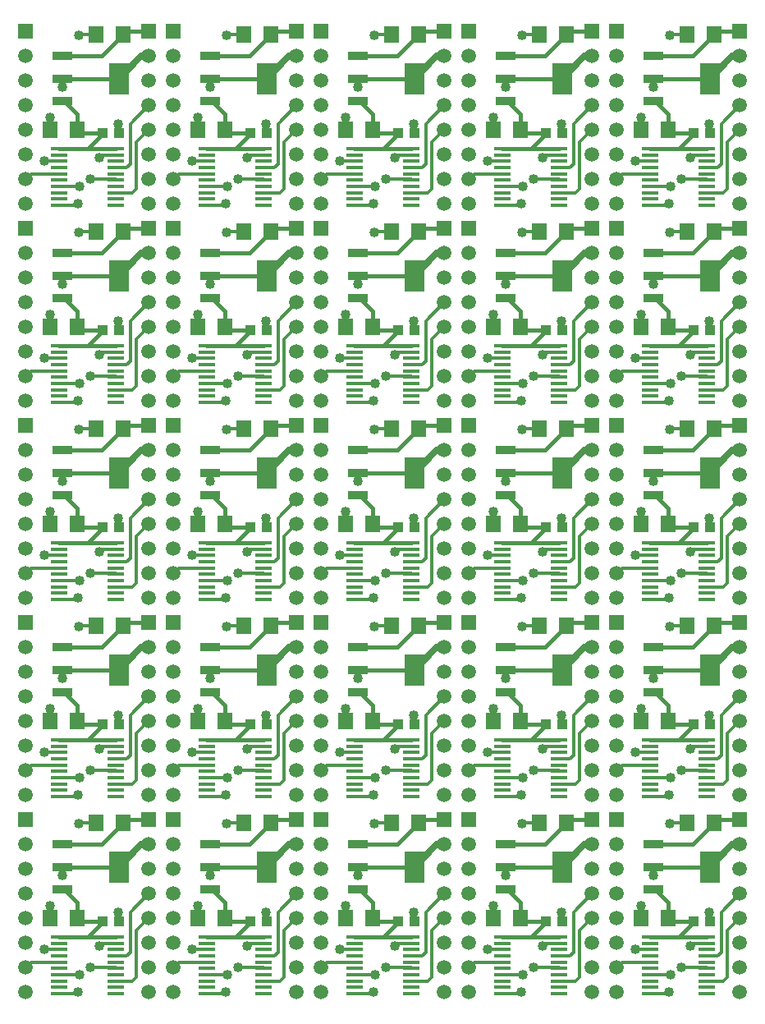
<source format=gbr>
G04 DipTrace 3.3.1.3*
G04 Top.gbr*
%MOIN*%
G04 #@! TF.FileFunction,Copper,L1,Top*
G04 #@! TF.Part,Single*
G04 #@! TA.AperFunction,Conductor*
%ADD13C,0.014*%
%ADD14C,0.012*%
%ADD15C,0.025*%
%ADD16C,0.016*%
%ADD17C,0.015*%
%ADD19R,0.062992X0.070866*%
%ADD20R,0.043307X0.03937*%
%ADD21R,0.070866X0.015748*%
%ADD23R,0.084646X0.037402*%
%ADD24R,0.084646X0.127953*%
G04 #@! TA.AperFunction,ComponentPad*
%ADD25R,0.059055X0.059055*%
%ADD26C,0.059055*%
G04 #@! TA.AperFunction,ViaPad*
%ADD27C,0.04*%
%FSLAX26Y26*%
G04*
G70*
G90*
G75*
G01*
G04 Top*
%LPD*%
X731200Y1131200D2*
D13*
X658700D1*
Y1128700D1*
X593700Y953149D2*
D14*
Y918700D1*
X943700Y1043700D2*
D15*
X912598D1*
X822046Y953149D1*
X543700Y743700D2*
D14*
Y793700D1*
X823129Y731200D2*
Y764271D1*
X818700Y768700D1*
X581200Y438385D2*
X650885D1*
X656200Y443700D1*
X809546Y643109D2*
X755609D1*
X743700Y631200D1*
X593700Y953149D2*
D16*
X822046D1*
X581200Y515157D2*
D14*
X665157D1*
X809546Y489566D2*
X877066D1*
X893700Y506200D1*
Y693700D1*
X943700Y743700D1*
X581200Y668700D2*
D17*
X695628D1*
X809546D1*
X593700Y862598D2*
D16*
X599802D1*
X653936Y808464D1*
Y743700D1*
Y731200D1*
X756200D1*
Y729272D1*
X695628Y668700D1*
X809546Y540747D2*
D14*
Y543700D1*
X706200D1*
X809546Y591928D2*
X854428D1*
X868700Y606200D1*
Y768700D1*
X943700Y843700D1*
X581200Y566338D2*
X466338D1*
X443700Y543700D1*
X593700Y1043700D2*
D16*
X753936D1*
X841436Y1131200D1*
X943700Y1143700D2*
X853936D1*
X841436Y1131200D1*
X581200Y617519D2*
D14*
X519881D1*
D27*
X665157Y515157D3*
X706200Y543700D3*
X519881Y617519D3*
X658700Y1128700D3*
X593700Y918700D3*
X543700Y793700D3*
X818700Y768700D3*
X656200Y443700D3*
X743700Y631200D3*
D19*
X731200Y1131200D3*
X841436D3*
X543700Y743700D3*
X653936D3*
D20*
X756200Y731200D3*
X823129D3*
D21*
X581200Y668700D3*
Y643109D3*
Y617519D3*
Y591928D3*
Y566338D3*
Y540747D3*
Y515157D3*
Y489566D3*
Y463976D3*
Y438385D3*
X809554D3*
X809546Y463976D3*
Y489566D3*
Y515157D3*
Y540747D3*
Y566338D3*
Y591928D3*
Y617519D3*
Y643109D3*
Y668700D3*
D23*
X593700Y1043700D3*
Y953149D3*
Y862598D3*
D24*
X822046Y953149D3*
D25*
X943700Y1143700D3*
X443700D3*
D26*
Y1043700D3*
Y943700D3*
Y843700D3*
Y743700D3*
Y643700D3*
Y543700D3*
Y443700D3*
X943700Y1043700D3*
Y943700D3*
Y843700D3*
Y743700D3*
Y643700D3*
Y543700D3*
Y443700D3*
X1331200Y1131200D2*
D13*
X1258700D1*
Y1128700D1*
X1193700Y953149D2*
D14*
Y918700D1*
X1543700Y1043700D2*
D15*
X1512598D1*
X1422046Y953149D1*
X1143700Y743700D2*
D14*
Y793700D1*
X1423129Y731200D2*
Y764271D1*
X1418700Y768700D1*
X1181200Y438385D2*
X1250885D1*
X1256200Y443700D1*
X1409546Y643109D2*
X1355609D1*
X1343700Y631200D1*
X1193700Y953149D2*
D16*
X1422046D1*
X1181200Y515157D2*
D14*
X1265157D1*
X1409546Y489566D2*
X1477066D1*
X1493700Y506200D1*
Y693700D1*
X1543700Y743700D1*
X1181200Y668700D2*
D17*
X1295628D1*
X1409546D1*
X1193700Y862598D2*
D16*
X1199802D1*
X1253936Y808464D1*
Y743700D1*
Y731200D1*
X1356200D1*
Y729272D1*
X1295628Y668700D1*
X1409546Y540747D2*
D14*
Y543700D1*
X1306200D1*
X1409546Y591928D2*
X1454428D1*
X1468700Y606200D1*
Y768700D1*
X1543700Y843700D1*
X1181200Y566338D2*
X1066338D1*
X1043700Y543700D1*
X1193700Y1043700D2*
D16*
X1353936D1*
X1441436Y1131200D1*
X1543700Y1143700D2*
X1453936D1*
X1441436Y1131200D1*
X1181200Y617519D2*
D14*
X1119881D1*
D27*
X1265157Y515157D3*
X1306200Y543700D3*
X1119881Y617519D3*
X1258700Y1128700D3*
X1193700Y918700D3*
X1143700Y793700D3*
X1418700Y768700D3*
X1256200Y443700D3*
X1343700Y631200D3*
D19*
X1331200Y1131200D3*
X1441436D3*
X1143700Y743700D3*
X1253936D3*
D20*
X1356200Y731200D3*
X1423129D3*
D21*
X1181200Y668700D3*
Y643109D3*
Y617519D3*
Y591928D3*
Y566338D3*
Y540747D3*
Y515157D3*
Y489566D3*
Y463976D3*
Y438385D3*
X1409554D3*
X1409546Y463976D3*
Y489566D3*
Y515157D3*
Y540747D3*
Y566338D3*
Y591928D3*
Y617519D3*
Y643109D3*
Y668700D3*
D23*
X1193700Y1043700D3*
Y953149D3*
Y862598D3*
D24*
X1422046Y953149D3*
D25*
X1543700Y1143700D3*
X1043700D3*
D26*
Y1043700D3*
Y943700D3*
Y843700D3*
Y743700D3*
Y643700D3*
Y543700D3*
Y443700D3*
X1543700Y1043700D3*
Y943700D3*
Y843700D3*
Y743700D3*
Y643700D3*
Y543700D3*
Y443700D3*
X1931200Y1131200D2*
D13*
X1858700D1*
Y1128700D1*
X1793700Y953149D2*
D14*
Y918700D1*
X2143700Y1043700D2*
D15*
X2112598D1*
X2022046Y953149D1*
X1743700Y743700D2*
D14*
Y793700D1*
X2023129Y731200D2*
Y764271D1*
X2018700Y768700D1*
X1781200Y438385D2*
X1850885D1*
X1856200Y443700D1*
X2009546Y643109D2*
X1955609D1*
X1943700Y631200D1*
X1793700Y953149D2*
D16*
X2022046D1*
X1781200Y515157D2*
D14*
X1865157D1*
X2009546Y489566D2*
X2077066D1*
X2093700Y506200D1*
Y693700D1*
X2143700Y743700D1*
X1781200Y668700D2*
D17*
X1895628D1*
X2009546D1*
X1793700Y862598D2*
D16*
X1799802D1*
X1853936Y808464D1*
Y743700D1*
Y731200D1*
X1956200D1*
Y729272D1*
X1895628Y668700D1*
X2009546Y540747D2*
D14*
Y543700D1*
X1906200D1*
X2009546Y591928D2*
X2054428D1*
X2068700Y606200D1*
Y768700D1*
X2143700Y843700D1*
X1781200Y566338D2*
X1666338D1*
X1643700Y543700D1*
X1793700Y1043700D2*
D16*
X1953936D1*
X2041436Y1131200D1*
X2143700Y1143700D2*
X2053936D1*
X2041436Y1131200D1*
X1781200Y617519D2*
D14*
X1719881D1*
D27*
X1865157Y515157D3*
X1906200Y543700D3*
X1719881Y617519D3*
X1858700Y1128700D3*
X1793700Y918700D3*
X1743700Y793700D3*
X2018700Y768700D3*
X1856200Y443700D3*
X1943700Y631200D3*
D19*
X1931200Y1131200D3*
X2041436D3*
X1743700Y743700D3*
X1853936D3*
D20*
X1956200Y731200D3*
X2023129D3*
D21*
X1781200Y668700D3*
Y643109D3*
Y617519D3*
Y591928D3*
Y566338D3*
Y540747D3*
Y515157D3*
Y489566D3*
Y463976D3*
Y438385D3*
X2009554D3*
X2009546Y463976D3*
Y489566D3*
Y515157D3*
Y540747D3*
Y566338D3*
Y591928D3*
Y617519D3*
Y643109D3*
Y668700D3*
D23*
X1793700Y1043700D3*
Y953149D3*
Y862598D3*
D24*
X2022046Y953149D3*
D25*
X2143700Y1143700D3*
X1643700D3*
D26*
Y1043700D3*
Y943700D3*
Y843700D3*
Y743700D3*
Y643700D3*
Y543700D3*
Y443700D3*
X2143700Y1043700D3*
Y943700D3*
Y843700D3*
Y743700D3*
Y643700D3*
Y543700D3*
Y443700D3*
X2531200Y1131200D2*
D13*
X2458700D1*
Y1128700D1*
X2393700Y953149D2*
D14*
Y918700D1*
X2743700Y1043700D2*
D15*
X2712598D1*
X2622046Y953149D1*
X2343700Y743700D2*
D14*
Y793700D1*
X2623129Y731200D2*
Y764271D1*
X2618700Y768700D1*
X2381200Y438385D2*
X2450885D1*
X2456200Y443700D1*
X2609546Y643109D2*
X2555609D1*
X2543700Y631200D1*
X2393700Y953149D2*
D16*
X2622046D1*
X2381200Y515157D2*
D14*
X2465157D1*
X2609546Y489566D2*
X2677066D1*
X2693700Y506200D1*
Y693700D1*
X2743700Y743700D1*
X2381200Y668700D2*
D17*
X2495628D1*
X2609546D1*
X2393700Y862598D2*
D16*
X2399802D1*
X2453936Y808464D1*
Y743700D1*
Y731200D1*
X2556200D1*
Y729272D1*
X2495628Y668700D1*
X2609546Y540747D2*
D14*
Y543700D1*
X2506200D1*
X2609546Y591928D2*
X2654428D1*
X2668700Y606200D1*
Y768700D1*
X2743700Y843700D1*
X2381200Y566338D2*
X2266338D1*
X2243700Y543700D1*
X2393700Y1043700D2*
D16*
X2553936D1*
X2641436Y1131200D1*
X2743700Y1143700D2*
X2653936D1*
X2641436Y1131200D1*
X2381200Y617519D2*
D14*
X2319881D1*
D27*
X2465157Y515157D3*
X2506200Y543700D3*
X2319881Y617519D3*
X2458700Y1128700D3*
X2393700Y918700D3*
X2343700Y793700D3*
X2618700Y768700D3*
X2456200Y443700D3*
X2543700Y631200D3*
D19*
X2531200Y1131200D3*
X2641436D3*
X2343700Y743700D3*
X2453936D3*
D20*
X2556200Y731200D3*
X2623129D3*
D21*
X2381200Y668700D3*
Y643109D3*
Y617519D3*
Y591928D3*
Y566338D3*
Y540747D3*
Y515157D3*
Y489566D3*
Y463976D3*
Y438385D3*
X2609554D3*
X2609546Y463976D3*
Y489566D3*
Y515157D3*
Y540747D3*
Y566338D3*
Y591928D3*
Y617519D3*
Y643109D3*
Y668700D3*
D23*
X2393700Y1043700D3*
Y953149D3*
Y862598D3*
D24*
X2622046Y953149D3*
D25*
X2743700Y1143700D3*
X2243700D3*
D26*
Y1043700D3*
Y943700D3*
Y843700D3*
Y743700D3*
Y643700D3*
Y543700D3*
Y443700D3*
X2743700Y1043700D3*
Y943700D3*
Y843700D3*
Y743700D3*
Y643700D3*
Y543700D3*
Y443700D3*
X3131200Y1131200D2*
D13*
X3058700D1*
Y1128700D1*
X2993700Y953149D2*
D14*
Y918700D1*
X3343700Y1043700D2*
D15*
X3312598D1*
X3222046Y953149D1*
X2943700Y743700D2*
D14*
Y793700D1*
X3223129Y731200D2*
Y764271D1*
X3218700Y768700D1*
X2981200Y438385D2*
X3050885D1*
X3056200Y443700D1*
X3209546Y643109D2*
X3155609D1*
X3143700Y631200D1*
X2993700Y953149D2*
D16*
X3222046D1*
X2981200Y515157D2*
D14*
X3065157D1*
X3209546Y489566D2*
X3277066D1*
X3293700Y506200D1*
Y693700D1*
X3343700Y743700D1*
X2981200Y668700D2*
D17*
X3095628D1*
X3209546D1*
X2993700Y862598D2*
D16*
X2999802D1*
X3053936Y808464D1*
Y743700D1*
Y731200D1*
X3156200D1*
Y729272D1*
X3095628Y668700D1*
X3209546Y540747D2*
D14*
Y543700D1*
X3106200D1*
X3209546Y591928D2*
X3254428D1*
X3268700Y606200D1*
Y768700D1*
X3343700Y843700D1*
X2981200Y566338D2*
X2866338D1*
X2843700Y543700D1*
X2993700Y1043700D2*
D16*
X3153936D1*
X3241436Y1131200D1*
X3343700Y1143700D2*
X3253936D1*
X3241436Y1131200D1*
X2981200Y617519D2*
D14*
X2919881D1*
D27*
X3065157Y515157D3*
X3106200Y543700D3*
X2919881Y617519D3*
X3058700Y1128700D3*
X2993700Y918700D3*
X2943700Y793700D3*
X3218700Y768700D3*
X3056200Y443700D3*
X3143700Y631200D3*
D19*
X3131200Y1131200D3*
X3241436D3*
X2943700Y743700D3*
X3053936D3*
D20*
X3156200Y731200D3*
X3223129D3*
D21*
X2981200Y668700D3*
Y643109D3*
Y617519D3*
Y591928D3*
Y566338D3*
Y540747D3*
Y515157D3*
Y489566D3*
Y463976D3*
Y438385D3*
X3209554D3*
X3209546Y463976D3*
Y489566D3*
Y515157D3*
Y540747D3*
Y566338D3*
Y591928D3*
Y617519D3*
Y643109D3*
Y668700D3*
D23*
X2993700Y1043700D3*
Y953149D3*
Y862598D3*
D24*
X3222046Y953149D3*
D25*
X3343700Y1143700D3*
X2843700D3*
D26*
Y1043700D3*
Y943700D3*
Y843700D3*
Y743700D3*
Y643700D3*
Y543700D3*
Y443700D3*
X3343700Y1043700D3*
Y943700D3*
Y843700D3*
Y743700D3*
Y643700D3*
Y543700D3*
Y443700D3*
X731200Y1931200D2*
D13*
X658700D1*
Y1928700D1*
X593700Y1753149D2*
D14*
Y1718700D1*
X943700Y1843700D2*
D15*
X912598D1*
X822046Y1753149D1*
X543700Y1543700D2*
D14*
Y1593700D1*
X823129Y1531200D2*
Y1564271D1*
X818700Y1568700D1*
X581200Y1238385D2*
X650885D1*
X656200Y1243700D1*
X809546Y1443109D2*
X755609D1*
X743700Y1431200D1*
X593700Y1753149D2*
D16*
X822046D1*
X581200Y1315157D2*
D14*
X665157D1*
X809546Y1289566D2*
X877066D1*
X893700Y1306200D1*
Y1493700D1*
X943700Y1543700D1*
X581200Y1468700D2*
D17*
X695628D1*
X809546D1*
X593700Y1662598D2*
D16*
X599802D1*
X653936Y1608464D1*
Y1543700D1*
Y1531200D1*
X756200D1*
Y1529272D1*
X695628Y1468700D1*
X809546Y1340747D2*
D14*
Y1343700D1*
X706200D1*
X809546Y1391928D2*
X854428D1*
X868700Y1406200D1*
Y1568700D1*
X943700Y1643700D1*
X581200Y1366338D2*
X466338D1*
X443700Y1343700D1*
X593700Y1843700D2*
D16*
X753936D1*
X841436Y1931200D1*
X943700Y1943700D2*
X853936D1*
X841436Y1931200D1*
X581200Y1417519D2*
D14*
X519881D1*
D27*
X665157Y1315157D3*
X706200Y1343700D3*
X519881Y1417519D3*
X658700Y1928700D3*
X593700Y1718700D3*
X543700Y1593700D3*
X818700Y1568700D3*
X656200Y1243700D3*
X743700Y1431200D3*
D19*
X731200Y1931200D3*
X841436D3*
X543700Y1543700D3*
X653936D3*
D20*
X756200Y1531200D3*
X823129D3*
D21*
X581200Y1468700D3*
Y1443109D3*
Y1417519D3*
Y1391928D3*
Y1366338D3*
Y1340747D3*
Y1315157D3*
Y1289566D3*
Y1263976D3*
Y1238385D3*
X809554D3*
X809546Y1263976D3*
Y1289566D3*
Y1315157D3*
Y1340747D3*
Y1366338D3*
Y1391928D3*
Y1417519D3*
Y1443109D3*
Y1468700D3*
D23*
X593700Y1843700D3*
Y1753149D3*
Y1662598D3*
D24*
X822046Y1753149D3*
D25*
X943700Y1943700D3*
X443700D3*
D26*
Y1843700D3*
Y1743700D3*
Y1643700D3*
Y1543700D3*
Y1443700D3*
Y1343700D3*
Y1243700D3*
X943700Y1843700D3*
Y1743700D3*
Y1643700D3*
Y1543700D3*
Y1443700D3*
Y1343700D3*
Y1243700D3*
X1331200Y1931200D2*
D13*
X1258700D1*
Y1928700D1*
X1193700Y1753149D2*
D14*
Y1718700D1*
X1543700Y1843700D2*
D15*
X1512598D1*
X1422046Y1753149D1*
X1143700Y1543700D2*
D14*
Y1593700D1*
X1423129Y1531200D2*
Y1564271D1*
X1418700Y1568700D1*
X1181200Y1238385D2*
X1250885D1*
X1256200Y1243700D1*
X1409546Y1443109D2*
X1355609D1*
X1343700Y1431200D1*
X1193700Y1753149D2*
D16*
X1422046D1*
X1181200Y1315157D2*
D14*
X1265157D1*
X1409546Y1289566D2*
X1477066D1*
X1493700Y1306200D1*
Y1493700D1*
X1543700Y1543700D1*
X1181200Y1468700D2*
D17*
X1295628D1*
X1409546D1*
X1193700Y1662598D2*
D16*
X1199802D1*
X1253936Y1608464D1*
Y1543700D1*
Y1531200D1*
X1356200D1*
Y1529272D1*
X1295628Y1468700D1*
X1409546Y1340747D2*
D14*
Y1343700D1*
X1306200D1*
X1409546Y1391928D2*
X1454428D1*
X1468700Y1406200D1*
Y1568700D1*
X1543700Y1643700D1*
X1181200Y1366338D2*
X1066338D1*
X1043700Y1343700D1*
X1193700Y1843700D2*
D16*
X1353936D1*
X1441436Y1931200D1*
X1543700Y1943700D2*
X1453936D1*
X1441436Y1931200D1*
X1181200Y1417519D2*
D14*
X1119881D1*
D27*
X1265157Y1315157D3*
X1306200Y1343700D3*
X1119881Y1417519D3*
X1258700Y1928700D3*
X1193700Y1718700D3*
X1143700Y1593700D3*
X1418700Y1568700D3*
X1256200Y1243700D3*
X1343700Y1431200D3*
D19*
X1331200Y1931200D3*
X1441436D3*
X1143700Y1543700D3*
X1253936D3*
D20*
X1356200Y1531200D3*
X1423129D3*
D21*
X1181200Y1468700D3*
Y1443109D3*
Y1417519D3*
Y1391928D3*
Y1366338D3*
Y1340747D3*
Y1315157D3*
Y1289566D3*
Y1263976D3*
Y1238385D3*
X1409554D3*
X1409546Y1263976D3*
Y1289566D3*
Y1315157D3*
Y1340747D3*
Y1366338D3*
Y1391928D3*
Y1417519D3*
Y1443109D3*
Y1468700D3*
D23*
X1193700Y1843700D3*
Y1753149D3*
Y1662598D3*
D24*
X1422046Y1753149D3*
D25*
X1543700Y1943700D3*
X1043700D3*
D26*
Y1843700D3*
Y1743700D3*
Y1643700D3*
Y1543700D3*
Y1443700D3*
Y1343700D3*
Y1243700D3*
X1543700Y1843700D3*
Y1743700D3*
Y1643700D3*
Y1543700D3*
Y1443700D3*
Y1343700D3*
Y1243700D3*
X1931200Y1931200D2*
D13*
X1858700D1*
Y1928700D1*
X1793700Y1753149D2*
D14*
Y1718700D1*
X2143700Y1843700D2*
D15*
X2112598D1*
X2022046Y1753149D1*
X1743700Y1543700D2*
D14*
Y1593700D1*
X2023129Y1531200D2*
Y1564271D1*
X2018700Y1568700D1*
X1781200Y1238385D2*
X1850885D1*
X1856200Y1243700D1*
X2009546Y1443109D2*
X1955609D1*
X1943700Y1431200D1*
X1793700Y1753149D2*
D16*
X2022046D1*
X1781200Y1315157D2*
D14*
X1865157D1*
X2009546Y1289566D2*
X2077066D1*
X2093700Y1306200D1*
Y1493700D1*
X2143700Y1543700D1*
X1781200Y1468700D2*
D17*
X1895628D1*
X2009546D1*
X1793700Y1662598D2*
D16*
X1799802D1*
X1853936Y1608464D1*
Y1543700D1*
Y1531200D1*
X1956200D1*
Y1529272D1*
X1895628Y1468700D1*
X2009546Y1340747D2*
D14*
Y1343700D1*
X1906200D1*
X2009546Y1391928D2*
X2054428D1*
X2068700Y1406200D1*
Y1568700D1*
X2143700Y1643700D1*
X1781200Y1366338D2*
X1666338D1*
X1643700Y1343700D1*
X1793700Y1843700D2*
D16*
X1953936D1*
X2041436Y1931200D1*
X2143700Y1943700D2*
X2053936D1*
X2041436Y1931200D1*
X1781200Y1417519D2*
D14*
X1719881D1*
D27*
X1865157Y1315157D3*
X1906200Y1343700D3*
X1719881Y1417519D3*
X1858700Y1928700D3*
X1793700Y1718700D3*
X1743700Y1593700D3*
X2018700Y1568700D3*
X1856200Y1243700D3*
X1943700Y1431200D3*
D19*
X1931200Y1931200D3*
X2041436D3*
X1743700Y1543700D3*
X1853936D3*
D20*
X1956200Y1531200D3*
X2023129D3*
D21*
X1781200Y1468700D3*
Y1443109D3*
Y1417519D3*
Y1391928D3*
Y1366338D3*
Y1340747D3*
Y1315157D3*
Y1289566D3*
Y1263976D3*
Y1238385D3*
X2009554D3*
X2009546Y1263976D3*
Y1289566D3*
Y1315157D3*
Y1340747D3*
Y1366338D3*
Y1391928D3*
Y1417519D3*
Y1443109D3*
Y1468700D3*
D23*
X1793700Y1843700D3*
Y1753149D3*
Y1662598D3*
D24*
X2022046Y1753149D3*
D25*
X2143700Y1943700D3*
X1643700D3*
D26*
Y1843700D3*
Y1743700D3*
Y1643700D3*
Y1543700D3*
Y1443700D3*
Y1343700D3*
Y1243700D3*
X2143700Y1843700D3*
Y1743700D3*
Y1643700D3*
Y1543700D3*
Y1443700D3*
Y1343700D3*
Y1243700D3*
X2531200Y1931200D2*
D13*
X2458700D1*
Y1928700D1*
X2393700Y1753149D2*
D14*
Y1718700D1*
X2743700Y1843700D2*
D15*
X2712598D1*
X2622046Y1753149D1*
X2343700Y1543700D2*
D14*
Y1593700D1*
X2623129Y1531200D2*
Y1564271D1*
X2618700Y1568700D1*
X2381200Y1238385D2*
X2450885D1*
X2456200Y1243700D1*
X2609546Y1443109D2*
X2555609D1*
X2543700Y1431200D1*
X2393700Y1753149D2*
D16*
X2622046D1*
X2381200Y1315157D2*
D14*
X2465157D1*
X2609546Y1289566D2*
X2677066D1*
X2693700Y1306200D1*
Y1493700D1*
X2743700Y1543700D1*
X2381200Y1468700D2*
D17*
X2495628D1*
X2609546D1*
X2393700Y1662598D2*
D16*
X2399802D1*
X2453936Y1608464D1*
Y1543700D1*
Y1531200D1*
X2556200D1*
Y1529272D1*
X2495628Y1468700D1*
X2609546Y1340747D2*
D14*
Y1343700D1*
X2506200D1*
X2609546Y1391928D2*
X2654428D1*
X2668700Y1406200D1*
Y1568700D1*
X2743700Y1643700D1*
X2381200Y1366338D2*
X2266338D1*
X2243700Y1343700D1*
X2393700Y1843700D2*
D16*
X2553936D1*
X2641436Y1931200D1*
X2743700Y1943700D2*
X2653936D1*
X2641436Y1931200D1*
X2381200Y1417519D2*
D14*
X2319881D1*
D27*
X2465157Y1315157D3*
X2506200Y1343700D3*
X2319881Y1417519D3*
X2458700Y1928700D3*
X2393700Y1718700D3*
X2343700Y1593700D3*
X2618700Y1568700D3*
X2456200Y1243700D3*
X2543700Y1431200D3*
D19*
X2531200Y1931200D3*
X2641436D3*
X2343700Y1543700D3*
X2453936D3*
D20*
X2556200Y1531200D3*
X2623129D3*
D21*
X2381200Y1468700D3*
Y1443109D3*
Y1417519D3*
Y1391928D3*
Y1366338D3*
Y1340747D3*
Y1315157D3*
Y1289566D3*
Y1263976D3*
Y1238385D3*
X2609554D3*
X2609546Y1263976D3*
Y1289566D3*
Y1315157D3*
Y1340747D3*
Y1366338D3*
Y1391928D3*
Y1417519D3*
Y1443109D3*
Y1468700D3*
D23*
X2393700Y1843700D3*
Y1753149D3*
Y1662598D3*
D24*
X2622046Y1753149D3*
D25*
X2743700Y1943700D3*
X2243700D3*
D26*
Y1843700D3*
Y1743700D3*
Y1643700D3*
Y1543700D3*
Y1443700D3*
Y1343700D3*
Y1243700D3*
X2743700Y1843700D3*
Y1743700D3*
Y1643700D3*
Y1543700D3*
Y1443700D3*
Y1343700D3*
Y1243700D3*
X3131200Y1931200D2*
D13*
X3058700D1*
Y1928700D1*
X2993700Y1753149D2*
D14*
Y1718700D1*
X3343700Y1843700D2*
D15*
X3312598D1*
X3222046Y1753149D1*
X2943700Y1543700D2*
D14*
Y1593700D1*
X3223129Y1531200D2*
Y1564271D1*
X3218700Y1568700D1*
X2981200Y1238385D2*
X3050885D1*
X3056200Y1243700D1*
X3209546Y1443109D2*
X3155609D1*
X3143700Y1431200D1*
X2993700Y1753149D2*
D16*
X3222046D1*
X2981200Y1315157D2*
D14*
X3065157D1*
X3209546Y1289566D2*
X3277066D1*
X3293700Y1306200D1*
Y1493700D1*
X3343700Y1543700D1*
X2981200Y1468700D2*
D17*
X3095628D1*
X3209546D1*
X2993700Y1662598D2*
D16*
X2999802D1*
X3053936Y1608464D1*
Y1543700D1*
Y1531200D1*
X3156200D1*
Y1529272D1*
X3095628Y1468700D1*
X3209546Y1340747D2*
D14*
Y1343700D1*
X3106200D1*
X3209546Y1391928D2*
X3254428D1*
X3268700Y1406200D1*
Y1568700D1*
X3343700Y1643700D1*
X2981200Y1366338D2*
X2866338D1*
X2843700Y1343700D1*
X2993700Y1843700D2*
D16*
X3153936D1*
X3241436Y1931200D1*
X3343700Y1943700D2*
X3253936D1*
X3241436Y1931200D1*
X2981200Y1417519D2*
D14*
X2919881D1*
D27*
X3065157Y1315157D3*
X3106200Y1343700D3*
X2919881Y1417519D3*
X3058700Y1928700D3*
X2993700Y1718700D3*
X2943700Y1593700D3*
X3218700Y1568700D3*
X3056200Y1243700D3*
X3143700Y1431200D3*
D19*
X3131200Y1931200D3*
X3241436D3*
X2943700Y1543700D3*
X3053936D3*
D20*
X3156200Y1531200D3*
X3223129D3*
D21*
X2981200Y1468700D3*
Y1443109D3*
Y1417519D3*
Y1391928D3*
Y1366338D3*
Y1340747D3*
Y1315157D3*
Y1289566D3*
Y1263976D3*
Y1238385D3*
X3209554D3*
X3209546Y1263976D3*
Y1289566D3*
Y1315157D3*
Y1340747D3*
Y1366338D3*
Y1391928D3*
Y1417519D3*
Y1443109D3*
Y1468700D3*
D23*
X2993700Y1843700D3*
Y1753149D3*
Y1662598D3*
D24*
X3222046Y1753149D3*
D25*
X3343700Y1943700D3*
X2843700D3*
D26*
Y1843700D3*
Y1743700D3*
Y1643700D3*
Y1543700D3*
Y1443700D3*
Y1343700D3*
Y1243700D3*
X3343700Y1843700D3*
Y1743700D3*
Y1643700D3*
Y1543700D3*
Y1443700D3*
Y1343700D3*
Y1243700D3*
X731200Y2731200D2*
D13*
X658700D1*
Y2728700D1*
X593700Y2553149D2*
D14*
Y2518700D1*
X943700Y2643700D2*
D15*
X912598D1*
X822046Y2553149D1*
X543700Y2343700D2*
D14*
Y2393700D1*
X823129Y2331200D2*
Y2364271D1*
X818700Y2368700D1*
X581200Y2038385D2*
X650885D1*
X656200Y2043700D1*
X809546Y2243109D2*
X755609D1*
X743700Y2231200D1*
X593700Y2553149D2*
D16*
X822046D1*
X581200Y2115157D2*
D14*
X665157D1*
X809546Y2089566D2*
X877066D1*
X893700Y2106200D1*
Y2293700D1*
X943700Y2343700D1*
X581200Y2268700D2*
D17*
X695628D1*
X809546D1*
X593700Y2462598D2*
D16*
X599802D1*
X653936Y2408464D1*
Y2343700D1*
Y2331200D1*
X756200D1*
Y2329272D1*
X695628Y2268700D1*
X809546Y2140747D2*
D14*
Y2143700D1*
X706200D1*
X809546Y2191928D2*
X854428D1*
X868700Y2206200D1*
Y2368700D1*
X943700Y2443700D1*
X581200Y2166338D2*
X466338D1*
X443700Y2143700D1*
X593700Y2643700D2*
D16*
X753936D1*
X841436Y2731200D1*
X943700Y2743700D2*
X853936D1*
X841436Y2731200D1*
X581200Y2217519D2*
D14*
X519881D1*
D27*
X665157Y2115157D3*
X706200Y2143700D3*
X519881Y2217519D3*
X658700Y2728700D3*
X593700Y2518700D3*
X543700Y2393700D3*
X818700Y2368700D3*
X656200Y2043700D3*
X743700Y2231200D3*
D19*
X731200Y2731200D3*
X841436D3*
X543700Y2343700D3*
X653936D3*
D20*
X756200Y2331200D3*
X823129D3*
D21*
X581200Y2268700D3*
Y2243109D3*
Y2217519D3*
Y2191928D3*
Y2166338D3*
Y2140747D3*
Y2115157D3*
Y2089566D3*
Y2063976D3*
Y2038385D3*
X809554D3*
X809546Y2063976D3*
Y2089566D3*
Y2115157D3*
Y2140747D3*
Y2166338D3*
Y2191928D3*
Y2217519D3*
Y2243109D3*
Y2268700D3*
D23*
X593700Y2643700D3*
Y2553149D3*
Y2462598D3*
D24*
X822046Y2553149D3*
D25*
X943700Y2743700D3*
X443700D3*
D26*
Y2643700D3*
Y2543700D3*
Y2443700D3*
Y2343700D3*
Y2243700D3*
Y2143700D3*
Y2043700D3*
X943700Y2643700D3*
Y2543700D3*
Y2443700D3*
Y2343700D3*
Y2243700D3*
Y2143700D3*
Y2043700D3*
X1331200Y2731200D2*
D13*
X1258700D1*
Y2728700D1*
X1193700Y2553149D2*
D14*
Y2518700D1*
X1543700Y2643700D2*
D15*
X1512598D1*
X1422046Y2553149D1*
X1143700Y2343700D2*
D14*
Y2393700D1*
X1423129Y2331200D2*
Y2364271D1*
X1418700Y2368700D1*
X1181200Y2038385D2*
X1250885D1*
X1256200Y2043700D1*
X1409546Y2243109D2*
X1355609D1*
X1343700Y2231200D1*
X1193700Y2553149D2*
D16*
X1422046D1*
X1181200Y2115157D2*
D14*
X1265157D1*
X1409546Y2089566D2*
X1477066D1*
X1493700Y2106200D1*
Y2293700D1*
X1543700Y2343700D1*
X1181200Y2268700D2*
D17*
X1295628D1*
X1409546D1*
X1193700Y2462598D2*
D16*
X1199802D1*
X1253936Y2408464D1*
Y2343700D1*
Y2331200D1*
X1356200D1*
Y2329272D1*
X1295628Y2268700D1*
X1409546Y2140747D2*
D14*
Y2143700D1*
X1306200D1*
X1409546Y2191928D2*
X1454428D1*
X1468700Y2206200D1*
Y2368700D1*
X1543700Y2443700D1*
X1181200Y2166338D2*
X1066338D1*
X1043700Y2143700D1*
X1193700Y2643700D2*
D16*
X1353936D1*
X1441436Y2731200D1*
X1543700Y2743700D2*
X1453936D1*
X1441436Y2731200D1*
X1181200Y2217519D2*
D14*
X1119881D1*
D27*
X1265157Y2115157D3*
X1306200Y2143700D3*
X1119881Y2217519D3*
X1258700Y2728700D3*
X1193700Y2518700D3*
X1143700Y2393700D3*
X1418700Y2368700D3*
X1256200Y2043700D3*
X1343700Y2231200D3*
D19*
X1331200Y2731200D3*
X1441436D3*
X1143700Y2343700D3*
X1253936D3*
D20*
X1356200Y2331200D3*
X1423129D3*
D21*
X1181200Y2268700D3*
Y2243109D3*
Y2217519D3*
Y2191928D3*
Y2166338D3*
Y2140747D3*
Y2115157D3*
Y2089566D3*
Y2063976D3*
Y2038385D3*
X1409554D3*
X1409546Y2063976D3*
Y2089566D3*
Y2115157D3*
Y2140747D3*
Y2166338D3*
Y2191928D3*
Y2217519D3*
Y2243109D3*
Y2268700D3*
D23*
X1193700Y2643700D3*
Y2553149D3*
Y2462598D3*
D24*
X1422046Y2553149D3*
D25*
X1543700Y2743700D3*
X1043700D3*
D26*
Y2643700D3*
Y2543700D3*
Y2443700D3*
Y2343700D3*
Y2243700D3*
Y2143700D3*
Y2043700D3*
X1543700Y2643700D3*
Y2543700D3*
Y2443700D3*
Y2343700D3*
Y2243700D3*
Y2143700D3*
Y2043700D3*
X1931200Y2731200D2*
D13*
X1858700D1*
Y2728700D1*
X1793700Y2553149D2*
D14*
Y2518700D1*
X2143700Y2643700D2*
D15*
X2112598D1*
X2022046Y2553149D1*
X1743700Y2343700D2*
D14*
Y2393700D1*
X2023129Y2331200D2*
Y2364271D1*
X2018700Y2368700D1*
X1781200Y2038385D2*
X1850885D1*
X1856200Y2043700D1*
X2009546Y2243109D2*
X1955609D1*
X1943700Y2231200D1*
X1793700Y2553149D2*
D16*
X2022046D1*
X1781200Y2115157D2*
D14*
X1865157D1*
X2009546Y2089566D2*
X2077066D1*
X2093700Y2106200D1*
Y2293700D1*
X2143700Y2343700D1*
X1781200Y2268700D2*
D17*
X1895628D1*
X2009546D1*
X1793700Y2462598D2*
D16*
X1799802D1*
X1853936Y2408464D1*
Y2343700D1*
Y2331200D1*
X1956200D1*
Y2329272D1*
X1895628Y2268700D1*
X2009546Y2140747D2*
D14*
Y2143700D1*
X1906200D1*
X2009546Y2191928D2*
X2054428D1*
X2068700Y2206200D1*
Y2368700D1*
X2143700Y2443700D1*
X1781200Y2166338D2*
X1666338D1*
X1643700Y2143700D1*
X1793700Y2643700D2*
D16*
X1953936D1*
X2041436Y2731200D1*
X2143700Y2743700D2*
X2053936D1*
X2041436Y2731200D1*
X1781200Y2217519D2*
D14*
X1719881D1*
D27*
X1865157Y2115157D3*
X1906200Y2143700D3*
X1719881Y2217519D3*
X1858700Y2728700D3*
X1793700Y2518700D3*
X1743700Y2393700D3*
X2018700Y2368700D3*
X1856200Y2043700D3*
X1943700Y2231200D3*
D19*
X1931200Y2731200D3*
X2041436D3*
X1743700Y2343700D3*
X1853936D3*
D20*
X1956200Y2331200D3*
X2023129D3*
D21*
X1781200Y2268700D3*
Y2243109D3*
Y2217519D3*
Y2191928D3*
Y2166338D3*
Y2140747D3*
Y2115157D3*
Y2089566D3*
Y2063976D3*
Y2038385D3*
X2009554D3*
X2009546Y2063976D3*
Y2089566D3*
Y2115157D3*
Y2140747D3*
Y2166338D3*
Y2191928D3*
Y2217519D3*
Y2243109D3*
Y2268700D3*
D23*
X1793700Y2643700D3*
Y2553149D3*
Y2462598D3*
D24*
X2022046Y2553149D3*
D25*
X2143700Y2743700D3*
X1643700D3*
D26*
Y2643700D3*
Y2543700D3*
Y2443700D3*
Y2343700D3*
Y2243700D3*
Y2143700D3*
Y2043700D3*
X2143700Y2643700D3*
Y2543700D3*
Y2443700D3*
Y2343700D3*
Y2243700D3*
Y2143700D3*
Y2043700D3*
X2531200Y2731200D2*
D13*
X2458700D1*
Y2728700D1*
X2393700Y2553149D2*
D14*
Y2518700D1*
X2743700Y2643700D2*
D15*
X2712598D1*
X2622046Y2553149D1*
X2343700Y2343700D2*
D14*
Y2393700D1*
X2623129Y2331200D2*
Y2364271D1*
X2618700Y2368700D1*
X2381200Y2038385D2*
X2450885D1*
X2456200Y2043700D1*
X2609546Y2243109D2*
X2555609D1*
X2543700Y2231200D1*
X2393700Y2553149D2*
D16*
X2622046D1*
X2381200Y2115157D2*
D14*
X2465157D1*
X2609546Y2089566D2*
X2677066D1*
X2693700Y2106200D1*
Y2293700D1*
X2743700Y2343700D1*
X2381200Y2268700D2*
D17*
X2495628D1*
X2609546D1*
X2393700Y2462598D2*
D16*
X2399802D1*
X2453936Y2408464D1*
Y2343700D1*
Y2331200D1*
X2556200D1*
Y2329272D1*
X2495628Y2268700D1*
X2609546Y2140747D2*
D14*
Y2143700D1*
X2506200D1*
X2609546Y2191928D2*
X2654428D1*
X2668700Y2206200D1*
Y2368700D1*
X2743700Y2443700D1*
X2381200Y2166338D2*
X2266338D1*
X2243700Y2143700D1*
X2393700Y2643700D2*
D16*
X2553936D1*
X2641436Y2731200D1*
X2743700Y2743700D2*
X2653936D1*
X2641436Y2731200D1*
X2381200Y2217519D2*
D14*
X2319881D1*
D27*
X2465157Y2115157D3*
X2506200Y2143700D3*
X2319881Y2217519D3*
X2458700Y2728700D3*
X2393700Y2518700D3*
X2343700Y2393700D3*
X2618700Y2368700D3*
X2456200Y2043700D3*
X2543700Y2231200D3*
D19*
X2531200Y2731200D3*
X2641436D3*
X2343700Y2343700D3*
X2453936D3*
D20*
X2556200Y2331200D3*
X2623129D3*
D21*
X2381200Y2268700D3*
Y2243109D3*
Y2217519D3*
Y2191928D3*
Y2166338D3*
Y2140747D3*
Y2115157D3*
Y2089566D3*
Y2063976D3*
Y2038385D3*
X2609554D3*
X2609546Y2063976D3*
Y2089566D3*
Y2115157D3*
Y2140747D3*
Y2166338D3*
Y2191928D3*
Y2217519D3*
Y2243109D3*
Y2268700D3*
D23*
X2393700Y2643700D3*
Y2553149D3*
Y2462598D3*
D24*
X2622046Y2553149D3*
D25*
X2743700Y2743700D3*
X2243700D3*
D26*
Y2643700D3*
Y2543700D3*
Y2443700D3*
Y2343700D3*
Y2243700D3*
Y2143700D3*
Y2043700D3*
X2743700Y2643700D3*
Y2543700D3*
Y2443700D3*
Y2343700D3*
Y2243700D3*
Y2143700D3*
Y2043700D3*
X3131200Y2731200D2*
D13*
X3058700D1*
Y2728700D1*
X2993700Y2553149D2*
D14*
Y2518700D1*
X3343700Y2643700D2*
D15*
X3312598D1*
X3222046Y2553149D1*
X2943700Y2343700D2*
D14*
Y2393700D1*
X3223129Y2331200D2*
Y2364271D1*
X3218700Y2368700D1*
X2981200Y2038385D2*
X3050885D1*
X3056200Y2043700D1*
X3209546Y2243109D2*
X3155609D1*
X3143700Y2231200D1*
X2993700Y2553149D2*
D16*
X3222046D1*
X2981200Y2115157D2*
D14*
X3065157D1*
X3209546Y2089566D2*
X3277066D1*
X3293700Y2106200D1*
Y2293700D1*
X3343700Y2343700D1*
X2981200Y2268700D2*
D17*
X3095628D1*
X3209546D1*
X2993700Y2462598D2*
D16*
X2999802D1*
X3053936Y2408464D1*
Y2343700D1*
Y2331200D1*
X3156200D1*
Y2329272D1*
X3095628Y2268700D1*
X3209546Y2140747D2*
D14*
Y2143700D1*
X3106200D1*
X3209546Y2191928D2*
X3254428D1*
X3268700Y2206200D1*
Y2368700D1*
X3343700Y2443700D1*
X2981200Y2166338D2*
X2866338D1*
X2843700Y2143700D1*
X2993700Y2643700D2*
D16*
X3153936D1*
X3241436Y2731200D1*
X3343700Y2743700D2*
X3253936D1*
X3241436Y2731200D1*
X2981200Y2217519D2*
D14*
X2919881D1*
D27*
X3065157Y2115157D3*
X3106200Y2143700D3*
X2919881Y2217519D3*
X3058700Y2728700D3*
X2993700Y2518700D3*
X2943700Y2393700D3*
X3218700Y2368700D3*
X3056200Y2043700D3*
X3143700Y2231200D3*
D19*
X3131200Y2731200D3*
X3241436D3*
X2943700Y2343700D3*
X3053936D3*
D20*
X3156200Y2331200D3*
X3223129D3*
D21*
X2981200Y2268700D3*
Y2243109D3*
Y2217519D3*
Y2191928D3*
Y2166338D3*
Y2140747D3*
Y2115157D3*
Y2089566D3*
Y2063976D3*
Y2038385D3*
X3209554D3*
X3209546Y2063976D3*
Y2089566D3*
Y2115157D3*
Y2140747D3*
Y2166338D3*
Y2191928D3*
Y2217519D3*
Y2243109D3*
Y2268700D3*
D23*
X2993700Y2643700D3*
Y2553149D3*
Y2462598D3*
D24*
X3222046Y2553149D3*
D25*
X3343700Y2743700D3*
X2843700D3*
D26*
Y2643700D3*
Y2543700D3*
Y2443700D3*
Y2343700D3*
Y2243700D3*
Y2143700D3*
Y2043700D3*
X3343700Y2643700D3*
Y2543700D3*
Y2443700D3*
Y2343700D3*
Y2243700D3*
Y2143700D3*
Y2043700D3*
X731200Y3531200D2*
D13*
X658700D1*
Y3528700D1*
X593700Y3353149D2*
D14*
Y3318700D1*
X943700Y3443700D2*
D15*
X912598D1*
X822046Y3353149D1*
X543700Y3143700D2*
D14*
Y3193700D1*
X823129Y3131200D2*
Y3164271D1*
X818700Y3168700D1*
X581200Y2838385D2*
X650885D1*
X656200Y2843700D1*
X809546Y3043109D2*
X755609D1*
X743700Y3031200D1*
X593700Y3353149D2*
D16*
X822046D1*
X581200Y2915157D2*
D14*
X665157D1*
X809546Y2889566D2*
X877066D1*
X893700Y2906200D1*
Y3093700D1*
X943700Y3143700D1*
X581200Y3068700D2*
D17*
X695628D1*
X809546D1*
X593700Y3262598D2*
D16*
X599802D1*
X653936Y3208464D1*
Y3143700D1*
Y3131200D1*
X756200D1*
Y3129272D1*
X695628Y3068700D1*
X809546Y2940747D2*
D14*
Y2943700D1*
X706200D1*
X809546Y2991928D2*
X854428D1*
X868700Y3006200D1*
Y3168700D1*
X943700Y3243700D1*
X581200Y2966338D2*
X466338D1*
X443700Y2943700D1*
X593700Y3443700D2*
D16*
X753936D1*
X841436Y3531200D1*
X943700Y3543700D2*
X853936D1*
X841436Y3531200D1*
X581200Y3017519D2*
D14*
X519881D1*
D27*
X665157Y2915157D3*
X706200Y2943700D3*
X519881Y3017519D3*
X658700Y3528700D3*
X593700Y3318700D3*
X543700Y3193700D3*
X818700Y3168700D3*
X656200Y2843700D3*
X743700Y3031200D3*
D19*
X731200Y3531200D3*
X841436D3*
X543700Y3143700D3*
X653936D3*
D20*
X756200Y3131200D3*
X823129D3*
D21*
X581200Y3068700D3*
Y3043109D3*
Y3017519D3*
Y2991928D3*
Y2966338D3*
Y2940747D3*
Y2915157D3*
Y2889566D3*
Y2863976D3*
Y2838385D3*
X809554D3*
X809546Y2863976D3*
Y2889566D3*
Y2915157D3*
Y2940747D3*
Y2966338D3*
Y2991928D3*
Y3017519D3*
Y3043109D3*
Y3068700D3*
D23*
X593700Y3443700D3*
Y3353149D3*
Y3262598D3*
D24*
X822046Y3353149D3*
D25*
X943700Y3543700D3*
X443700D3*
D26*
Y3443700D3*
Y3343700D3*
Y3243700D3*
Y3143700D3*
Y3043700D3*
Y2943700D3*
Y2843700D3*
X943700Y3443700D3*
Y3343700D3*
Y3243700D3*
Y3143700D3*
Y3043700D3*
Y2943700D3*
Y2843700D3*
X1331200Y3531200D2*
D13*
X1258700D1*
Y3528700D1*
X1193700Y3353149D2*
D14*
Y3318700D1*
X1543700Y3443700D2*
D15*
X1512598D1*
X1422046Y3353149D1*
X1143700Y3143700D2*
D14*
Y3193700D1*
X1423129Y3131200D2*
Y3164271D1*
X1418700Y3168700D1*
X1181200Y2838385D2*
X1250885D1*
X1256200Y2843700D1*
X1409546Y3043109D2*
X1355609D1*
X1343700Y3031200D1*
X1193700Y3353149D2*
D16*
X1422046D1*
X1181200Y2915157D2*
D14*
X1265157D1*
X1409546Y2889566D2*
X1477066D1*
X1493700Y2906200D1*
Y3093700D1*
X1543700Y3143700D1*
X1181200Y3068700D2*
D17*
X1295628D1*
X1409546D1*
X1193700Y3262598D2*
D16*
X1199802D1*
X1253936Y3208464D1*
Y3143700D1*
Y3131200D1*
X1356200D1*
Y3129272D1*
X1295628Y3068700D1*
X1409546Y2940747D2*
D14*
Y2943700D1*
X1306200D1*
X1409546Y2991928D2*
X1454428D1*
X1468700Y3006200D1*
Y3168700D1*
X1543700Y3243700D1*
X1181200Y2966338D2*
X1066338D1*
X1043700Y2943700D1*
X1193700Y3443700D2*
D16*
X1353936D1*
X1441436Y3531200D1*
X1543700Y3543700D2*
X1453936D1*
X1441436Y3531200D1*
X1181200Y3017519D2*
D14*
X1119881D1*
D27*
X1265157Y2915157D3*
X1306200Y2943700D3*
X1119881Y3017519D3*
X1258700Y3528700D3*
X1193700Y3318700D3*
X1143700Y3193700D3*
X1418700Y3168700D3*
X1256200Y2843700D3*
X1343700Y3031200D3*
D19*
X1331200Y3531200D3*
X1441436D3*
X1143700Y3143700D3*
X1253936D3*
D20*
X1356200Y3131200D3*
X1423129D3*
D21*
X1181200Y3068700D3*
Y3043109D3*
Y3017519D3*
Y2991928D3*
Y2966338D3*
Y2940747D3*
Y2915157D3*
Y2889566D3*
Y2863976D3*
Y2838385D3*
X1409554D3*
X1409546Y2863976D3*
Y2889566D3*
Y2915157D3*
Y2940747D3*
Y2966338D3*
Y2991928D3*
Y3017519D3*
Y3043109D3*
Y3068700D3*
D23*
X1193700Y3443700D3*
Y3353149D3*
Y3262598D3*
D24*
X1422046Y3353149D3*
D25*
X1543700Y3543700D3*
X1043700D3*
D26*
Y3443700D3*
Y3343700D3*
Y3243700D3*
Y3143700D3*
Y3043700D3*
Y2943700D3*
Y2843700D3*
X1543700Y3443700D3*
Y3343700D3*
Y3243700D3*
Y3143700D3*
Y3043700D3*
Y2943700D3*
Y2843700D3*
X1931200Y3531200D2*
D13*
X1858700D1*
Y3528700D1*
X1793700Y3353149D2*
D14*
Y3318700D1*
X2143700Y3443700D2*
D15*
X2112598D1*
X2022046Y3353149D1*
X1743700Y3143700D2*
D14*
Y3193700D1*
X2023129Y3131200D2*
Y3164271D1*
X2018700Y3168700D1*
X1781200Y2838385D2*
X1850885D1*
X1856200Y2843700D1*
X2009546Y3043109D2*
X1955609D1*
X1943700Y3031200D1*
X1793700Y3353149D2*
D16*
X2022046D1*
X1781200Y2915157D2*
D14*
X1865157D1*
X2009546Y2889566D2*
X2077066D1*
X2093700Y2906200D1*
Y3093700D1*
X2143700Y3143700D1*
X1781200Y3068700D2*
D17*
X1895628D1*
X2009546D1*
X1793700Y3262598D2*
D16*
X1799802D1*
X1853936Y3208464D1*
Y3143700D1*
Y3131200D1*
X1956200D1*
Y3129272D1*
X1895628Y3068700D1*
X2009546Y2940747D2*
D14*
Y2943700D1*
X1906200D1*
X2009546Y2991928D2*
X2054428D1*
X2068700Y3006200D1*
Y3168700D1*
X2143700Y3243700D1*
X1781200Y2966338D2*
X1666338D1*
X1643700Y2943700D1*
X1793700Y3443700D2*
D16*
X1953936D1*
X2041436Y3531200D1*
X2143700Y3543700D2*
X2053936D1*
X2041436Y3531200D1*
X1781200Y3017519D2*
D14*
X1719881D1*
D27*
X1865157Y2915157D3*
X1906200Y2943700D3*
X1719881Y3017519D3*
X1858700Y3528700D3*
X1793700Y3318700D3*
X1743700Y3193700D3*
X2018700Y3168700D3*
X1856200Y2843700D3*
X1943700Y3031200D3*
D19*
X1931200Y3531200D3*
X2041436D3*
X1743700Y3143700D3*
X1853936D3*
D20*
X1956200Y3131200D3*
X2023129D3*
D21*
X1781200Y3068700D3*
Y3043109D3*
Y3017519D3*
Y2991928D3*
Y2966338D3*
Y2940747D3*
Y2915157D3*
Y2889566D3*
Y2863976D3*
Y2838385D3*
X2009554D3*
X2009546Y2863976D3*
Y2889566D3*
Y2915157D3*
Y2940747D3*
Y2966338D3*
Y2991928D3*
Y3017519D3*
Y3043109D3*
Y3068700D3*
D23*
X1793700Y3443700D3*
Y3353149D3*
Y3262598D3*
D24*
X2022046Y3353149D3*
D25*
X2143700Y3543700D3*
X1643700D3*
D26*
Y3443700D3*
Y3343700D3*
Y3243700D3*
Y3143700D3*
Y3043700D3*
Y2943700D3*
Y2843700D3*
X2143700Y3443700D3*
Y3343700D3*
Y3243700D3*
Y3143700D3*
Y3043700D3*
Y2943700D3*
Y2843700D3*
X2531200Y3531200D2*
D13*
X2458700D1*
Y3528700D1*
X2393700Y3353149D2*
D14*
Y3318700D1*
X2743700Y3443700D2*
D15*
X2712598D1*
X2622046Y3353149D1*
X2343700Y3143700D2*
D14*
Y3193700D1*
X2623129Y3131200D2*
Y3164271D1*
X2618700Y3168700D1*
X2381200Y2838385D2*
X2450885D1*
X2456200Y2843700D1*
X2609546Y3043109D2*
X2555609D1*
X2543700Y3031200D1*
X2393700Y3353149D2*
D16*
X2622046D1*
X2381200Y2915157D2*
D14*
X2465157D1*
X2609546Y2889566D2*
X2677066D1*
X2693700Y2906200D1*
Y3093700D1*
X2743700Y3143700D1*
X2381200Y3068700D2*
D17*
X2495628D1*
X2609546D1*
X2393700Y3262598D2*
D16*
X2399802D1*
X2453936Y3208464D1*
Y3143700D1*
Y3131200D1*
X2556200D1*
Y3129272D1*
X2495628Y3068700D1*
X2609546Y2940747D2*
D14*
Y2943700D1*
X2506200D1*
X2609546Y2991928D2*
X2654428D1*
X2668700Y3006200D1*
Y3168700D1*
X2743700Y3243700D1*
X2381200Y2966338D2*
X2266338D1*
X2243700Y2943700D1*
X2393700Y3443700D2*
D16*
X2553936D1*
X2641436Y3531200D1*
X2743700Y3543700D2*
X2653936D1*
X2641436Y3531200D1*
X2381200Y3017519D2*
D14*
X2319881D1*
D27*
X2465157Y2915157D3*
X2506200Y2943700D3*
X2319881Y3017519D3*
X2458700Y3528700D3*
X2393700Y3318700D3*
X2343700Y3193700D3*
X2618700Y3168700D3*
X2456200Y2843700D3*
X2543700Y3031200D3*
D19*
X2531200Y3531200D3*
X2641436D3*
X2343700Y3143700D3*
X2453936D3*
D20*
X2556200Y3131200D3*
X2623129D3*
D21*
X2381200Y3068700D3*
Y3043109D3*
Y3017519D3*
Y2991928D3*
Y2966338D3*
Y2940747D3*
Y2915157D3*
Y2889566D3*
Y2863976D3*
Y2838385D3*
X2609554D3*
X2609546Y2863976D3*
Y2889566D3*
Y2915157D3*
Y2940747D3*
Y2966338D3*
Y2991928D3*
Y3017519D3*
Y3043109D3*
Y3068700D3*
D23*
X2393700Y3443700D3*
Y3353149D3*
Y3262598D3*
D24*
X2622046Y3353149D3*
D25*
X2743700Y3543700D3*
X2243700D3*
D26*
Y3443700D3*
Y3343700D3*
Y3243700D3*
Y3143700D3*
Y3043700D3*
Y2943700D3*
Y2843700D3*
X2743700Y3443700D3*
Y3343700D3*
Y3243700D3*
Y3143700D3*
Y3043700D3*
Y2943700D3*
Y2843700D3*
X3131200Y3531200D2*
D13*
X3058700D1*
Y3528700D1*
X2993700Y3353149D2*
D14*
Y3318700D1*
X3343700Y3443700D2*
D15*
X3312598D1*
X3222046Y3353149D1*
X2943700Y3143700D2*
D14*
Y3193700D1*
X3223129Y3131200D2*
Y3164271D1*
X3218700Y3168700D1*
X2981200Y2838385D2*
X3050885D1*
X3056200Y2843700D1*
X3209546Y3043109D2*
X3155609D1*
X3143700Y3031200D1*
X2993700Y3353149D2*
D16*
X3222046D1*
X2981200Y2915157D2*
D14*
X3065157D1*
X3209546Y2889566D2*
X3277066D1*
X3293700Y2906200D1*
Y3093700D1*
X3343700Y3143700D1*
X2981200Y3068700D2*
D17*
X3095628D1*
X3209546D1*
X2993700Y3262598D2*
D16*
X2999802D1*
X3053936Y3208464D1*
Y3143700D1*
Y3131200D1*
X3156200D1*
Y3129272D1*
X3095628Y3068700D1*
X3209546Y2940747D2*
D14*
Y2943700D1*
X3106200D1*
X3209546Y2991928D2*
X3254428D1*
X3268700Y3006200D1*
Y3168700D1*
X3343700Y3243700D1*
X2981200Y2966338D2*
X2866338D1*
X2843700Y2943700D1*
X2993700Y3443700D2*
D16*
X3153936D1*
X3241436Y3531200D1*
X3343700Y3543700D2*
X3253936D1*
X3241436Y3531200D1*
X2981200Y3017519D2*
D14*
X2919881D1*
D27*
X3065157Y2915157D3*
X3106200Y2943700D3*
X2919881Y3017519D3*
X3058700Y3528700D3*
X2993700Y3318700D3*
X2943700Y3193700D3*
X3218700Y3168700D3*
X3056200Y2843700D3*
X3143700Y3031200D3*
D19*
X3131200Y3531200D3*
X3241436D3*
X2943700Y3143700D3*
X3053936D3*
D20*
X3156200Y3131200D3*
X3223129D3*
D21*
X2981200Y3068700D3*
Y3043109D3*
Y3017519D3*
Y2991928D3*
Y2966338D3*
Y2940747D3*
Y2915157D3*
Y2889566D3*
Y2863976D3*
Y2838385D3*
X3209554D3*
X3209546Y2863976D3*
Y2889566D3*
Y2915157D3*
Y2940747D3*
Y2966338D3*
Y2991928D3*
Y3017519D3*
Y3043109D3*
Y3068700D3*
D23*
X2993700Y3443700D3*
Y3353149D3*
Y3262598D3*
D24*
X3222046Y3353149D3*
D25*
X3343700Y3543700D3*
X2843700D3*
D26*
Y3443700D3*
Y3343700D3*
Y3243700D3*
Y3143700D3*
Y3043700D3*
Y2943700D3*
Y2843700D3*
X3343700Y3443700D3*
Y3343700D3*
Y3243700D3*
Y3143700D3*
Y3043700D3*
Y2943700D3*
Y2843700D3*
X731200Y4331200D2*
D13*
X658700D1*
Y4328700D1*
X593700Y4153149D2*
D14*
Y4118700D1*
X943700Y4243700D2*
D15*
X912598D1*
X822046Y4153149D1*
X543700Y3943700D2*
D14*
Y3993700D1*
X823129Y3931200D2*
Y3964271D1*
X818700Y3968700D1*
X581200Y3638385D2*
X650885D1*
X656200Y3643700D1*
X809546Y3843109D2*
X755609D1*
X743700Y3831200D1*
X593700Y4153149D2*
D16*
X822046D1*
X581200Y3715157D2*
D14*
X665157D1*
X809546Y3689566D2*
X877066D1*
X893700Y3706200D1*
Y3893700D1*
X943700Y3943700D1*
X581200Y3868700D2*
D17*
X695628D1*
X809546D1*
X593700Y4062598D2*
D16*
X599802D1*
X653936Y4008464D1*
Y3943700D1*
Y3931200D1*
X756200D1*
Y3929272D1*
X695628Y3868700D1*
X809546Y3740747D2*
D14*
Y3743700D1*
X706200D1*
X809546Y3791928D2*
X854428D1*
X868700Y3806200D1*
Y3968700D1*
X943700Y4043700D1*
X581200Y3766338D2*
X466338D1*
X443700Y3743700D1*
X593700Y4243700D2*
D16*
X753936D1*
X841436Y4331200D1*
X943700Y4343700D2*
X853936D1*
X841436Y4331200D1*
X581200Y3817519D2*
D14*
X519881D1*
D27*
X665157Y3715157D3*
X706200Y3743700D3*
X519881Y3817519D3*
X658700Y4328700D3*
X593700Y4118700D3*
X543700Y3993700D3*
X818700Y3968700D3*
X656200Y3643700D3*
X743700Y3831200D3*
D19*
X731200Y4331200D3*
X841436D3*
X543700Y3943700D3*
X653936D3*
D20*
X756200Y3931200D3*
X823129D3*
D21*
X581200Y3868700D3*
Y3843109D3*
Y3817519D3*
Y3791928D3*
Y3766338D3*
Y3740747D3*
Y3715157D3*
Y3689566D3*
Y3663976D3*
Y3638385D3*
X809554D3*
X809546Y3663976D3*
Y3689566D3*
Y3715157D3*
Y3740747D3*
Y3766338D3*
Y3791928D3*
Y3817519D3*
Y3843109D3*
Y3868700D3*
D23*
X593700Y4243700D3*
Y4153149D3*
Y4062598D3*
D24*
X822046Y4153149D3*
D25*
X943700Y4343700D3*
X443700D3*
D26*
Y4243700D3*
Y4143700D3*
Y4043700D3*
Y3943700D3*
Y3843700D3*
Y3743700D3*
Y3643700D3*
X943700Y4243700D3*
Y4143700D3*
Y4043700D3*
Y3943700D3*
Y3843700D3*
Y3743700D3*
Y3643700D3*
X1331200Y4331200D2*
D13*
X1258700D1*
Y4328700D1*
X1193700Y4153149D2*
D14*
Y4118700D1*
X1543700Y4243700D2*
D15*
X1512598D1*
X1422046Y4153149D1*
X1143700Y3943700D2*
D14*
Y3993700D1*
X1423129Y3931200D2*
Y3964271D1*
X1418700Y3968700D1*
X1181200Y3638385D2*
X1250885D1*
X1256200Y3643700D1*
X1409546Y3843109D2*
X1355609D1*
X1343700Y3831200D1*
X1193700Y4153149D2*
D16*
X1422046D1*
X1181200Y3715157D2*
D14*
X1265157D1*
X1409546Y3689566D2*
X1477066D1*
X1493700Y3706200D1*
Y3893700D1*
X1543700Y3943700D1*
X1181200Y3868700D2*
D17*
X1295628D1*
X1409546D1*
X1193700Y4062598D2*
D16*
X1199802D1*
X1253936Y4008464D1*
Y3943700D1*
Y3931200D1*
X1356200D1*
Y3929272D1*
X1295628Y3868700D1*
X1409546Y3740747D2*
D14*
Y3743700D1*
X1306200D1*
X1409546Y3791928D2*
X1454428D1*
X1468700Y3806200D1*
Y3968700D1*
X1543700Y4043700D1*
X1181200Y3766338D2*
X1066338D1*
X1043700Y3743700D1*
X1193700Y4243700D2*
D16*
X1353936D1*
X1441436Y4331200D1*
X1543700Y4343700D2*
X1453936D1*
X1441436Y4331200D1*
X1181200Y3817519D2*
D14*
X1119881D1*
D27*
X1265157Y3715157D3*
X1306200Y3743700D3*
X1119881Y3817519D3*
X1258700Y4328700D3*
X1193700Y4118700D3*
X1143700Y3993700D3*
X1418700Y3968700D3*
X1256200Y3643700D3*
X1343700Y3831200D3*
D19*
X1331200Y4331200D3*
X1441436D3*
X1143700Y3943700D3*
X1253936D3*
D20*
X1356200Y3931200D3*
X1423129D3*
D21*
X1181200Y3868700D3*
Y3843109D3*
Y3817519D3*
Y3791928D3*
Y3766338D3*
Y3740747D3*
Y3715157D3*
Y3689566D3*
Y3663976D3*
Y3638385D3*
X1409554D3*
X1409546Y3663976D3*
Y3689566D3*
Y3715157D3*
Y3740747D3*
Y3766338D3*
Y3791928D3*
Y3817519D3*
Y3843109D3*
Y3868700D3*
D23*
X1193700Y4243700D3*
Y4153149D3*
Y4062598D3*
D24*
X1422046Y4153149D3*
D25*
X1543700Y4343700D3*
X1043700D3*
D26*
Y4243700D3*
Y4143700D3*
Y4043700D3*
Y3943700D3*
Y3843700D3*
Y3743700D3*
Y3643700D3*
X1543700Y4243700D3*
Y4143700D3*
Y4043700D3*
Y3943700D3*
Y3843700D3*
Y3743700D3*
Y3643700D3*
X1931200Y4331200D2*
D13*
X1858700D1*
Y4328700D1*
X1793700Y4153149D2*
D14*
Y4118700D1*
X2143700Y4243700D2*
D15*
X2112598D1*
X2022046Y4153149D1*
X1743700Y3943700D2*
D14*
Y3993700D1*
X2023129Y3931200D2*
Y3964271D1*
X2018700Y3968700D1*
X1781200Y3638385D2*
X1850885D1*
X1856200Y3643700D1*
X2009546Y3843109D2*
X1955609D1*
X1943700Y3831200D1*
X1793700Y4153149D2*
D16*
X2022046D1*
X1781200Y3715157D2*
D14*
X1865157D1*
X2009546Y3689566D2*
X2077066D1*
X2093700Y3706200D1*
Y3893700D1*
X2143700Y3943700D1*
X1781200Y3868700D2*
D17*
X1895628D1*
X2009546D1*
X1793700Y4062598D2*
D16*
X1799802D1*
X1853936Y4008464D1*
Y3943700D1*
Y3931200D1*
X1956200D1*
Y3929272D1*
X1895628Y3868700D1*
X2009546Y3740747D2*
D14*
Y3743700D1*
X1906200D1*
X2009546Y3791928D2*
X2054428D1*
X2068700Y3806200D1*
Y3968700D1*
X2143700Y4043700D1*
X1781200Y3766338D2*
X1666338D1*
X1643700Y3743700D1*
X1793700Y4243700D2*
D16*
X1953936D1*
X2041436Y4331200D1*
X2143700Y4343700D2*
X2053936D1*
X2041436Y4331200D1*
X1781200Y3817519D2*
D14*
X1719881D1*
D27*
X1865157Y3715157D3*
X1906200Y3743700D3*
X1719881Y3817519D3*
X1858700Y4328700D3*
X1793700Y4118700D3*
X1743700Y3993700D3*
X2018700Y3968700D3*
X1856200Y3643700D3*
X1943700Y3831200D3*
D19*
X1931200Y4331200D3*
X2041436D3*
X1743700Y3943700D3*
X1853936D3*
D20*
X1956200Y3931200D3*
X2023129D3*
D21*
X1781200Y3868700D3*
Y3843109D3*
Y3817519D3*
Y3791928D3*
Y3766338D3*
Y3740747D3*
Y3715157D3*
Y3689566D3*
Y3663976D3*
Y3638385D3*
X2009554D3*
X2009546Y3663976D3*
Y3689566D3*
Y3715157D3*
Y3740747D3*
Y3766338D3*
Y3791928D3*
Y3817519D3*
Y3843109D3*
Y3868700D3*
D23*
X1793700Y4243700D3*
Y4153149D3*
Y4062598D3*
D24*
X2022046Y4153149D3*
D25*
X2143700Y4343700D3*
X1643700D3*
D26*
Y4243700D3*
Y4143700D3*
Y4043700D3*
Y3943700D3*
Y3843700D3*
Y3743700D3*
Y3643700D3*
X2143700Y4243700D3*
Y4143700D3*
Y4043700D3*
Y3943700D3*
Y3843700D3*
Y3743700D3*
Y3643700D3*
X2531200Y4331200D2*
D13*
X2458700D1*
Y4328700D1*
X2393700Y4153149D2*
D14*
Y4118700D1*
X2743700Y4243700D2*
D15*
X2712598D1*
X2622046Y4153149D1*
X2343700Y3943700D2*
D14*
Y3993700D1*
X2623129Y3931200D2*
Y3964271D1*
X2618700Y3968700D1*
X2381200Y3638385D2*
X2450885D1*
X2456200Y3643700D1*
X2609546Y3843109D2*
X2555609D1*
X2543700Y3831200D1*
X2393700Y4153149D2*
D16*
X2622046D1*
X2381200Y3715157D2*
D14*
X2465157D1*
X2609546Y3689566D2*
X2677066D1*
X2693700Y3706200D1*
Y3893700D1*
X2743700Y3943700D1*
X2381200Y3868700D2*
D17*
X2495628D1*
X2609546D1*
X2393700Y4062598D2*
D16*
X2399802D1*
X2453936Y4008464D1*
Y3943700D1*
Y3931200D1*
X2556200D1*
Y3929272D1*
X2495628Y3868700D1*
X2609546Y3740747D2*
D14*
Y3743700D1*
X2506200D1*
X2609546Y3791928D2*
X2654428D1*
X2668700Y3806200D1*
Y3968700D1*
X2743700Y4043700D1*
X2381200Y3766338D2*
X2266338D1*
X2243700Y3743700D1*
X2393700Y4243700D2*
D16*
X2553936D1*
X2641436Y4331200D1*
X2743700Y4343700D2*
X2653936D1*
X2641436Y4331200D1*
X2381200Y3817519D2*
D14*
X2319881D1*
D27*
X2465157Y3715157D3*
X2506200Y3743700D3*
X2319881Y3817519D3*
X2458700Y4328700D3*
X2393700Y4118700D3*
X2343700Y3993700D3*
X2618700Y3968700D3*
X2456200Y3643700D3*
X2543700Y3831200D3*
D19*
X2531200Y4331200D3*
X2641436D3*
X2343700Y3943700D3*
X2453936D3*
D20*
X2556200Y3931200D3*
X2623129D3*
D21*
X2381200Y3868700D3*
Y3843109D3*
Y3817519D3*
Y3791928D3*
Y3766338D3*
Y3740747D3*
Y3715157D3*
Y3689566D3*
Y3663976D3*
Y3638385D3*
X2609554D3*
X2609546Y3663976D3*
Y3689566D3*
Y3715157D3*
Y3740747D3*
Y3766338D3*
Y3791928D3*
Y3817519D3*
Y3843109D3*
Y3868700D3*
D23*
X2393700Y4243700D3*
Y4153149D3*
Y4062598D3*
D24*
X2622046Y4153149D3*
D25*
X2743700Y4343700D3*
X2243700D3*
D26*
Y4243700D3*
Y4143700D3*
Y4043700D3*
Y3943700D3*
Y3843700D3*
Y3743700D3*
Y3643700D3*
X2743700Y4243700D3*
Y4143700D3*
Y4043700D3*
Y3943700D3*
Y3843700D3*
Y3743700D3*
Y3643700D3*
X3131200Y4331200D2*
D13*
X3058700D1*
Y4328700D1*
X2993700Y4153149D2*
D14*
Y4118700D1*
X3343700Y4243700D2*
D15*
X3312598D1*
X3222046Y4153149D1*
X2943700Y3943700D2*
D14*
Y3993700D1*
X3223129Y3931200D2*
Y3964271D1*
X3218700Y3968700D1*
X2981200Y3638385D2*
X3050885D1*
X3056200Y3643700D1*
X3209546Y3843109D2*
X3155609D1*
X3143700Y3831200D1*
X2993700Y4153149D2*
D16*
X3222046D1*
X2981200Y3715157D2*
D14*
X3065157D1*
X3209546Y3689566D2*
X3277066D1*
X3293700Y3706200D1*
Y3893700D1*
X3343700Y3943700D1*
X2981200Y3868700D2*
D17*
X3095628D1*
X3209546D1*
X2993700Y4062598D2*
D16*
X2999802D1*
X3053936Y4008464D1*
Y3943700D1*
Y3931200D1*
X3156200D1*
Y3929272D1*
X3095628Y3868700D1*
X3209546Y3740747D2*
D14*
Y3743700D1*
X3106200D1*
X3209546Y3791928D2*
X3254428D1*
X3268700Y3806200D1*
Y3968700D1*
X3343700Y4043700D1*
X2981200Y3766338D2*
X2866338D1*
X2843700Y3743700D1*
X2993700Y4243700D2*
D16*
X3153936D1*
X3241436Y4331200D1*
X3343700Y4343700D2*
X3253936D1*
X3241436Y4331200D1*
X2981200Y3817519D2*
D14*
X2919881D1*
D27*
X3065157Y3715157D3*
X3106200Y3743700D3*
X2919881Y3817519D3*
X3058700Y4328700D3*
X2993700Y4118700D3*
X2943700Y3993700D3*
X3218700Y3968700D3*
X3056200Y3643700D3*
X3143700Y3831200D3*
D19*
X3131200Y4331200D3*
X3241436D3*
X2943700Y3943700D3*
X3053936D3*
D20*
X3156200Y3931200D3*
X3223129D3*
D21*
X2981200Y3868700D3*
Y3843109D3*
Y3817519D3*
Y3791928D3*
Y3766338D3*
Y3740747D3*
Y3715157D3*
Y3689566D3*
Y3663976D3*
Y3638385D3*
X3209554D3*
X3209546Y3663976D3*
Y3689566D3*
Y3715157D3*
Y3740747D3*
Y3766338D3*
Y3791928D3*
Y3817519D3*
Y3843109D3*
Y3868700D3*
D23*
X2993700Y4243700D3*
Y4153149D3*
Y4062598D3*
D24*
X3222046Y4153149D3*
D25*
X3343700Y4343700D3*
X2843700D3*
D26*
Y4243700D3*
Y4143700D3*
Y4043700D3*
Y3943700D3*
Y3843700D3*
Y3743700D3*
Y3643700D3*
X3343700Y4243700D3*
Y4143700D3*
Y4043700D3*
Y3943700D3*
Y3843700D3*
Y3743700D3*
Y3643700D3*
M02*

</source>
